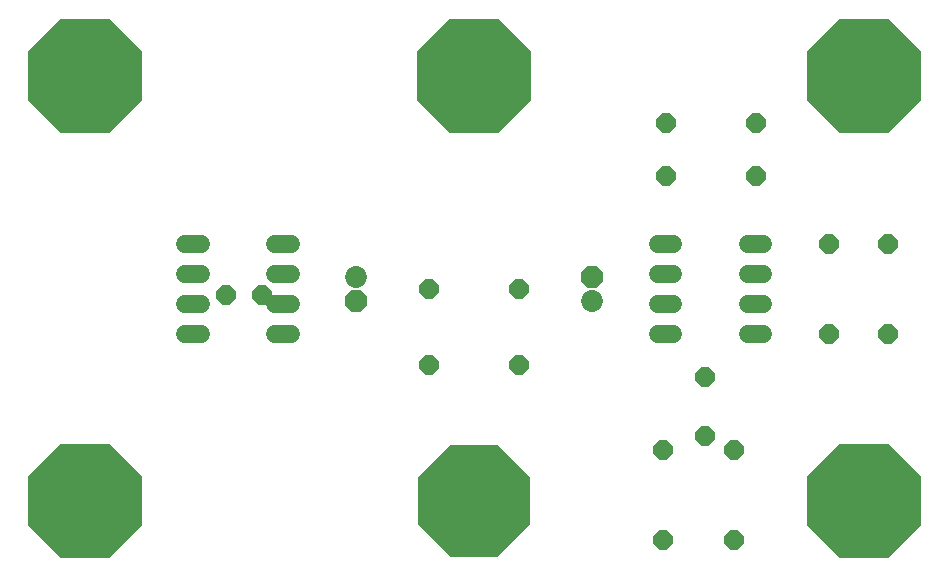
<source format=gbr>
G75*
%MOIN*%
%OFA0B0*%
%FSLAX25Y25*%
%IPPOS*%
%LPD*%
%AMOC8*
5,1,8,0,0,1.08239X$1,22.5*
%
%ADD10OC8,0.07296*%
%ADD11C,0.07296*%
%ADD12C,0.06000*%
%ADD13OC8,0.06400*%
%ADD14OC8,0.38202*%
%ADD15OC8,0.37414*%
D10*
X0124247Y0100562D03*
X0202987Y0108562D03*
D11*
X0202987Y0100562D03*
X0124247Y0108562D03*
D12*
X0102477Y0109562D02*
X0097277Y0109562D01*
X0097277Y0119562D02*
X0102477Y0119562D01*
X0102477Y0099562D02*
X0097277Y0099562D01*
X0097277Y0089562D02*
X0102477Y0089562D01*
X0072477Y0089562D02*
X0067277Y0089562D01*
X0067277Y0099562D02*
X0072477Y0099562D01*
X0072477Y0109562D02*
X0067277Y0109562D01*
X0067277Y0119562D02*
X0072477Y0119562D01*
X0224757Y0119562D02*
X0229957Y0119562D01*
X0229957Y0109562D02*
X0224757Y0109562D01*
X0224757Y0099562D02*
X0229957Y0099562D01*
X0229957Y0089562D02*
X0224757Y0089562D01*
X0254757Y0089562D02*
X0259957Y0089562D01*
X0259957Y0099562D02*
X0254757Y0099562D01*
X0254757Y0109562D02*
X0259957Y0109562D01*
X0259957Y0119562D02*
X0254757Y0119562D01*
D13*
X0281728Y0119562D03*
X0301413Y0119562D03*
X0257357Y0141964D03*
X0257357Y0159680D03*
X0227357Y0159680D03*
X0227357Y0141964D03*
X0178617Y0104562D03*
X0148617Y0104562D03*
X0148617Y0078972D03*
X0178617Y0078972D03*
X0226609Y0050665D03*
X0240389Y0055350D03*
X0250231Y0050665D03*
X0240389Y0075035D03*
X0281728Y0089562D03*
X0301413Y0089562D03*
X0250231Y0020665D03*
X0226609Y0020665D03*
X0092751Y0102594D03*
X0080940Y0102594D03*
D14*
X0033696Y0033696D03*
X0033696Y0175428D03*
X0163617Y0175428D03*
X0293539Y0175428D03*
X0293539Y0033696D03*
D15*
X0163617Y0033696D03*
M02*

</source>
